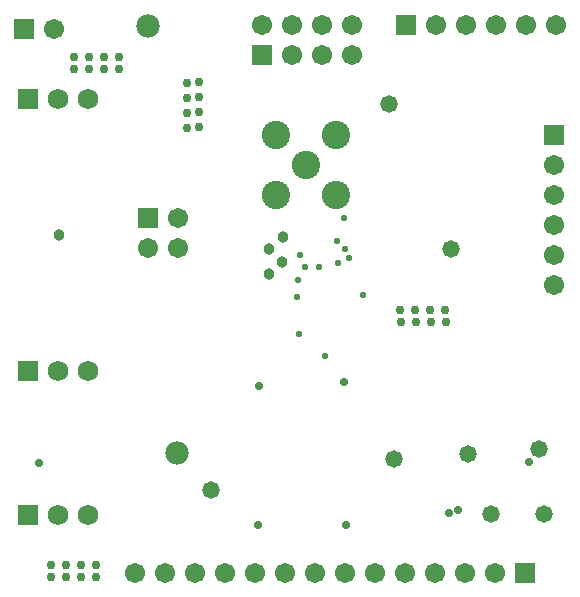
<source format=gbs>
G04*
G04 #@! TF.GenerationSoftware,Altium Limited,Altium Designer,18.0.11 (651)*
G04*
G04 Layer_Color=16711935*
%FSLAX25Y25*%
%MOIN*%
G70*
G01*
G75*
%ADD41R,0.06706X0.06706*%
%ADD42C,0.06706*%
%ADD43C,0.09461*%
%ADD44R,0.06706X0.06706*%
%ADD45C,0.06902*%
%ADD46R,0.06902X0.06902*%
%ADD47C,0.05800*%
%ADD48C,0.02800*%
%ADD49C,0.02300*%
%ADD50C,0.03000*%
%ADD51C,0.03800*%
%ADD52C,0.07800*%
D41*
X179055Y-192126D02*
D03*
X139528Y-9449D02*
D03*
X91575Y-19449D02*
D03*
X12126Y-11024D02*
D03*
D42*
X169055Y-192126D02*
D03*
X159055D02*
D03*
X149055D02*
D03*
X139055D02*
D03*
X129055D02*
D03*
X119055D02*
D03*
X109055D02*
D03*
X99055D02*
D03*
X89055D02*
D03*
X79055D02*
D03*
X69055D02*
D03*
X59055D02*
D03*
X49055D02*
D03*
X189528Y-9449D02*
D03*
X179528D02*
D03*
X169528D02*
D03*
X159528D02*
D03*
X149528D02*
D03*
X91575D02*
D03*
X101575Y-19449D02*
D03*
Y-9449D02*
D03*
X111575Y-19449D02*
D03*
Y-9449D02*
D03*
X121575Y-19449D02*
D03*
Y-9449D02*
D03*
X63490Y-84020D02*
D03*
X53490D02*
D03*
X63490Y-74020D02*
D03*
X188740Y-56172D02*
D03*
Y-66172D02*
D03*
Y-76172D02*
D03*
Y-86172D02*
D03*
Y-96172D02*
D03*
X22126Y-11024D02*
D03*
D43*
X96070Y-46340D02*
D03*
X116070D02*
D03*
Y-66340D02*
D03*
X96070D02*
D03*
X106070Y-56340D02*
D03*
D44*
X53490Y-74020D02*
D03*
X188740Y-46172D02*
D03*
D45*
X33465Y-124803D02*
D03*
X23465D02*
D03*
X33465Y-173000D02*
D03*
X23465D02*
D03*
X33465Y-34290D02*
D03*
X23465D02*
D03*
D46*
X13465Y-124803D02*
D03*
Y-173000D02*
D03*
Y-34290D02*
D03*
D47*
X134000Y-36040D02*
D03*
X167990Y-172600D02*
D03*
X183670Y-150780D02*
D03*
X154610Y-84280D02*
D03*
X185530Y-172450D02*
D03*
X74550Y-164570D02*
D03*
X135600Y-154290D02*
D03*
X160280Y-152620D02*
D03*
D48*
X119340Y-176190D02*
D03*
X180600Y-155150D02*
D03*
X118850Y-128590D02*
D03*
X17200Y-155660D02*
D03*
X90520Y-130040D02*
D03*
X90200Y-176110D02*
D03*
X156840Y-171150D02*
D03*
X153740Y-172090D02*
D03*
D49*
X110600Y-90150D02*
D03*
X105990Y-90380D02*
D03*
X104160Y-86150D02*
D03*
X116710Y-88900D02*
D03*
X119080Y-84270D02*
D03*
X120610Y-87230D02*
D03*
X103480Y-94720D02*
D03*
X103920Y-112690D02*
D03*
X103300Y-100290D02*
D03*
X125250Y-99410D02*
D03*
X112630Y-119980D02*
D03*
X118760Y-73820D02*
D03*
X116620Y-81630D02*
D03*
D50*
X36220Y-189570D02*
D03*
X31220D02*
D03*
X26220D02*
D03*
X21220D02*
D03*
X21310Y-193520D02*
D03*
X26310D02*
D03*
X31310D02*
D03*
X36310D02*
D03*
X66640Y-28800D02*
D03*
Y-33800D02*
D03*
Y-38800D02*
D03*
Y-43800D02*
D03*
X70590Y-43710D02*
D03*
Y-38710D02*
D03*
Y-33710D02*
D03*
Y-28710D02*
D03*
X43840Y-20160D02*
D03*
X38840D02*
D03*
X33840D02*
D03*
X28840D02*
D03*
X28930Y-24110D02*
D03*
X33930D02*
D03*
X38930D02*
D03*
X43930D02*
D03*
X152700Y-108610D02*
D03*
X147700D02*
D03*
X142700D02*
D03*
X137700D02*
D03*
X137610Y-104660D02*
D03*
X142610D02*
D03*
X147610D02*
D03*
X152610D02*
D03*
D51*
X93700Y-92630D02*
D03*
X93840Y-84370D02*
D03*
X98360Y-80110D02*
D03*
X98330Y-88600D02*
D03*
X23740Y-79490D02*
D03*
D52*
X53450Y-9830D02*
D03*
X63110Y-152160D02*
D03*
M02*

</source>
